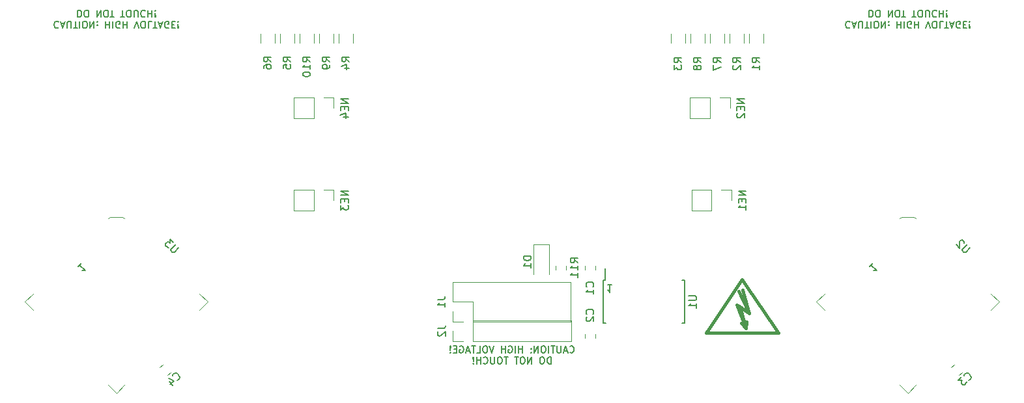
<source format=gbr>
G04 #@! TF.GenerationSoftware,KiCad,Pcbnew,8.0.4*
G04 #@! TF.CreationDate,2024-10-14T20:55:56-07:00*
G04 #@! TF.ProjectId,B5991,42353939-312e-46b6-9963-61645f706362,rev?*
G04 #@! TF.SameCoordinates,Original*
G04 #@! TF.FileFunction,Legend,Bot*
G04 #@! TF.FilePolarity,Positive*
%FSLAX46Y46*%
G04 Gerber Fmt 4.6, Leading zero omitted, Abs format (unit mm)*
G04 Created by KiCad (PCBNEW 8.0.4) date 2024-10-14 20:55:56*
%MOMM*%
%LPD*%
G01*
G04 APERTURE LIST*
%ADD10C,0.150000*%
%ADD11C,0.152400*%
%ADD12C,0.381000*%
%ADD13C,0.120000*%
G04 APERTURE END LIST*
D10*
X92742825Y-110575963D02*
X92338764Y-110980024D01*
X92540794Y-110777994D02*
X93247901Y-111485100D01*
X93247901Y-111485100D02*
X93079542Y-111451429D01*
X93079542Y-111451429D02*
X92944855Y-111451429D01*
X92944855Y-111451429D02*
X92843840Y-111485100D01*
X161728114Y-113311780D02*
X161156686Y-113311780D01*
X161442400Y-113311780D02*
X161442400Y-114311780D01*
X161442400Y-114311780D02*
X161347162Y-114168923D01*
X161347162Y-114168923D02*
X161251924Y-114073685D01*
X161251924Y-114073685D02*
X161156686Y-114026066D01*
D11*
X156256564Y-122132657D02*
X156298897Y-122174991D01*
X156298897Y-122174991D02*
X156425897Y-122217324D01*
X156425897Y-122217324D02*
X156510564Y-122217324D01*
X156510564Y-122217324D02*
X156637564Y-122174991D01*
X156637564Y-122174991D02*
X156722231Y-122090324D01*
X156722231Y-122090324D02*
X156764564Y-122005657D01*
X156764564Y-122005657D02*
X156806897Y-121836324D01*
X156806897Y-121836324D02*
X156806897Y-121709324D01*
X156806897Y-121709324D02*
X156764564Y-121539991D01*
X156764564Y-121539991D02*
X156722231Y-121455324D01*
X156722231Y-121455324D02*
X156637564Y-121370657D01*
X156637564Y-121370657D02*
X156510564Y-121328324D01*
X156510564Y-121328324D02*
X156425897Y-121328324D01*
X156425897Y-121328324D02*
X156298897Y-121370657D01*
X156298897Y-121370657D02*
X156256564Y-121412991D01*
X155917897Y-121963324D02*
X155494564Y-121963324D01*
X156002564Y-122217324D02*
X155706231Y-121328324D01*
X155706231Y-121328324D02*
X155409897Y-122217324D01*
X155113564Y-121328324D02*
X155113564Y-122047991D01*
X155113564Y-122047991D02*
X155071231Y-122132657D01*
X155071231Y-122132657D02*
X155028897Y-122174991D01*
X155028897Y-122174991D02*
X154944231Y-122217324D01*
X154944231Y-122217324D02*
X154774897Y-122217324D01*
X154774897Y-122217324D02*
X154690231Y-122174991D01*
X154690231Y-122174991D02*
X154647897Y-122132657D01*
X154647897Y-122132657D02*
X154605564Y-122047991D01*
X154605564Y-122047991D02*
X154605564Y-121328324D01*
X154309231Y-121328324D02*
X153801231Y-121328324D01*
X154055231Y-122217324D02*
X154055231Y-121328324D01*
X153504898Y-122217324D02*
X153504898Y-121328324D01*
X152912232Y-121328324D02*
X152742898Y-121328324D01*
X152742898Y-121328324D02*
X152658232Y-121370657D01*
X152658232Y-121370657D02*
X152573565Y-121455324D01*
X152573565Y-121455324D02*
X152531232Y-121624657D01*
X152531232Y-121624657D02*
X152531232Y-121920991D01*
X152531232Y-121920991D02*
X152573565Y-122090324D01*
X152573565Y-122090324D02*
X152658232Y-122174991D01*
X152658232Y-122174991D02*
X152742898Y-122217324D01*
X152742898Y-122217324D02*
X152912232Y-122217324D01*
X152912232Y-122217324D02*
X152996898Y-122174991D01*
X152996898Y-122174991D02*
X153081565Y-122090324D01*
X153081565Y-122090324D02*
X153123898Y-121920991D01*
X153123898Y-121920991D02*
X153123898Y-121624657D01*
X153123898Y-121624657D02*
X153081565Y-121455324D01*
X153081565Y-121455324D02*
X152996898Y-121370657D01*
X152996898Y-121370657D02*
X152912232Y-121328324D01*
X152150232Y-122217324D02*
X152150232Y-121328324D01*
X152150232Y-121328324D02*
X151642232Y-122217324D01*
X151642232Y-122217324D02*
X151642232Y-121328324D01*
X151218899Y-122132657D02*
X151176566Y-122174991D01*
X151176566Y-122174991D02*
X151218899Y-122217324D01*
X151218899Y-122217324D02*
X151261232Y-122174991D01*
X151261232Y-122174991D02*
X151218899Y-122132657D01*
X151218899Y-122132657D02*
X151218899Y-122217324D01*
X151218899Y-121666991D02*
X151176566Y-121709324D01*
X151176566Y-121709324D02*
X151218899Y-121751657D01*
X151218899Y-121751657D02*
X151261232Y-121709324D01*
X151261232Y-121709324D02*
X151218899Y-121666991D01*
X151218899Y-121666991D02*
X151218899Y-121751657D01*
X150118233Y-122217324D02*
X150118233Y-121328324D01*
X150118233Y-121751657D02*
X149610233Y-121751657D01*
X149610233Y-122217324D02*
X149610233Y-121328324D01*
X149186900Y-122217324D02*
X149186900Y-121328324D01*
X148297900Y-121370657D02*
X148382567Y-121328324D01*
X148382567Y-121328324D02*
X148509567Y-121328324D01*
X148509567Y-121328324D02*
X148636567Y-121370657D01*
X148636567Y-121370657D02*
X148721234Y-121455324D01*
X148721234Y-121455324D02*
X148763567Y-121539991D01*
X148763567Y-121539991D02*
X148805900Y-121709324D01*
X148805900Y-121709324D02*
X148805900Y-121836324D01*
X148805900Y-121836324D02*
X148763567Y-122005657D01*
X148763567Y-122005657D02*
X148721234Y-122090324D01*
X148721234Y-122090324D02*
X148636567Y-122174991D01*
X148636567Y-122174991D02*
X148509567Y-122217324D01*
X148509567Y-122217324D02*
X148424900Y-122217324D01*
X148424900Y-122217324D02*
X148297900Y-122174991D01*
X148297900Y-122174991D02*
X148255567Y-122132657D01*
X148255567Y-122132657D02*
X148255567Y-121836324D01*
X148255567Y-121836324D02*
X148424900Y-121836324D01*
X147874567Y-122217324D02*
X147874567Y-121328324D01*
X147874567Y-121751657D02*
X147366567Y-121751657D01*
X147366567Y-122217324D02*
X147366567Y-121328324D01*
X146392901Y-121328324D02*
X146096568Y-122217324D01*
X146096568Y-122217324D02*
X145800234Y-121328324D01*
X145334568Y-121328324D02*
X145165234Y-121328324D01*
X145165234Y-121328324D02*
X145080568Y-121370657D01*
X145080568Y-121370657D02*
X144995901Y-121455324D01*
X144995901Y-121455324D02*
X144953568Y-121624657D01*
X144953568Y-121624657D02*
X144953568Y-121920991D01*
X144953568Y-121920991D02*
X144995901Y-122090324D01*
X144995901Y-122090324D02*
X145080568Y-122174991D01*
X145080568Y-122174991D02*
X145165234Y-122217324D01*
X145165234Y-122217324D02*
X145334568Y-122217324D01*
X145334568Y-122217324D02*
X145419234Y-122174991D01*
X145419234Y-122174991D02*
X145503901Y-122090324D01*
X145503901Y-122090324D02*
X145546234Y-121920991D01*
X145546234Y-121920991D02*
X145546234Y-121624657D01*
X145546234Y-121624657D02*
X145503901Y-121455324D01*
X145503901Y-121455324D02*
X145419234Y-121370657D01*
X145419234Y-121370657D02*
X145334568Y-121328324D01*
X144149235Y-122217324D02*
X144572568Y-122217324D01*
X144572568Y-122217324D02*
X144572568Y-121328324D01*
X143979901Y-121328324D02*
X143471901Y-121328324D01*
X143725901Y-122217324D02*
X143725901Y-121328324D01*
X143217901Y-121963324D02*
X142794568Y-121963324D01*
X143302568Y-122217324D02*
X143006235Y-121328324D01*
X143006235Y-121328324D02*
X142709901Y-122217324D01*
X141947901Y-121370657D02*
X142032568Y-121328324D01*
X142032568Y-121328324D02*
X142159568Y-121328324D01*
X142159568Y-121328324D02*
X142286568Y-121370657D01*
X142286568Y-121370657D02*
X142371235Y-121455324D01*
X142371235Y-121455324D02*
X142413568Y-121539991D01*
X142413568Y-121539991D02*
X142455901Y-121709324D01*
X142455901Y-121709324D02*
X142455901Y-121836324D01*
X142455901Y-121836324D02*
X142413568Y-122005657D01*
X142413568Y-122005657D02*
X142371235Y-122090324D01*
X142371235Y-122090324D02*
X142286568Y-122174991D01*
X142286568Y-122174991D02*
X142159568Y-122217324D01*
X142159568Y-122217324D02*
X142074901Y-122217324D01*
X142074901Y-122217324D02*
X141947901Y-122174991D01*
X141947901Y-122174991D02*
X141905568Y-122132657D01*
X141905568Y-122132657D02*
X141905568Y-121836324D01*
X141905568Y-121836324D02*
X142074901Y-121836324D01*
X141524568Y-121751657D02*
X141228235Y-121751657D01*
X141101235Y-122217324D02*
X141524568Y-122217324D01*
X141524568Y-122217324D02*
X141524568Y-121328324D01*
X141524568Y-121328324D02*
X141101235Y-121328324D01*
X140720235Y-122132657D02*
X140677902Y-122174991D01*
X140677902Y-122174991D02*
X140720235Y-122217324D01*
X140720235Y-122217324D02*
X140762568Y-122174991D01*
X140762568Y-122174991D02*
X140720235Y-122132657D01*
X140720235Y-122132657D02*
X140720235Y-122217324D01*
X140720235Y-121878657D02*
X140762568Y-121370657D01*
X140762568Y-121370657D02*
X140720235Y-121328324D01*
X140720235Y-121328324D02*
X140677902Y-121370657D01*
X140677902Y-121370657D02*
X140720235Y-121878657D01*
X140720235Y-121878657D02*
X140720235Y-121328324D01*
X153780064Y-123648564D02*
X153780064Y-122759564D01*
X153780064Y-122759564D02*
X153568397Y-122759564D01*
X153568397Y-122759564D02*
X153441397Y-122801897D01*
X153441397Y-122801897D02*
X153356731Y-122886564D01*
X153356731Y-122886564D02*
X153314397Y-122971231D01*
X153314397Y-122971231D02*
X153272064Y-123140564D01*
X153272064Y-123140564D02*
X153272064Y-123267564D01*
X153272064Y-123267564D02*
X153314397Y-123436897D01*
X153314397Y-123436897D02*
X153356731Y-123521564D01*
X153356731Y-123521564D02*
X153441397Y-123606231D01*
X153441397Y-123606231D02*
X153568397Y-123648564D01*
X153568397Y-123648564D02*
X153780064Y-123648564D01*
X152721731Y-122759564D02*
X152552397Y-122759564D01*
X152552397Y-122759564D02*
X152467731Y-122801897D01*
X152467731Y-122801897D02*
X152383064Y-122886564D01*
X152383064Y-122886564D02*
X152340731Y-123055897D01*
X152340731Y-123055897D02*
X152340731Y-123352231D01*
X152340731Y-123352231D02*
X152383064Y-123521564D01*
X152383064Y-123521564D02*
X152467731Y-123606231D01*
X152467731Y-123606231D02*
X152552397Y-123648564D01*
X152552397Y-123648564D02*
X152721731Y-123648564D01*
X152721731Y-123648564D02*
X152806397Y-123606231D01*
X152806397Y-123606231D02*
X152891064Y-123521564D01*
X152891064Y-123521564D02*
X152933397Y-123352231D01*
X152933397Y-123352231D02*
X152933397Y-123055897D01*
X152933397Y-123055897D02*
X152891064Y-122886564D01*
X152891064Y-122886564D02*
X152806397Y-122801897D01*
X152806397Y-122801897D02*
X152721731Y-122759564D01*
X151282398Y-123648564D02*
X151282398Y-122759564D01*
X151282398Y-122759564D02*
X150774398Y-123648564D01*
X150774398Y-123648564D02*
X150774398Y-122759564D01*
X150181732Y-122759564D02*
X150012398Y-122759564D01*
X150012398Y-122759564D02*
X149927732Y-122801897D01*
X149927732Y-122801897D02*
X149843065Y-122886564D01*
X149843065Y-122886564D02*
X149800732Y-123055897D01*
X149800732Y-123055897D02*
X149800732Y-123352231D01*
X149800732Y-123352231D02*
X149843065Y-123521564D01*
X149843065Y-123521564D02*
X149927732Y-123606231D01*
X149927732Y-123606231D02*
X150012398Y-123648564D01*
X150012398Y-123648564D02*
X150181732Y-123648564D01*
X150181732Y-123648564D02*
X150266398Y-123606231D01*
X150266398Y-123606231D02*
X150351065Y-123521564D01*
X150351065Y-123521564D02*
X150393398Y-123352231D01*
X150393398Y-123352231D02*
X150393398Y-123055897D01*
X150393398Y-123055897D02*
X150351065Y-122886564D01*
X150351065Y-122886564D02*
X150266398Y-122801897D01*
X150266398Y-122801897D02*
X150181732Y-122759564D01*
X149546732Y-122759564D02*
X149038732Y-122759564D01*
X149292732Y-123648564D02*
X149292732Y-122759564D01*
X148192066Y-122759564D02*
X147684066Y-122759564D01*
X147938066Y-123648564D02*
X147938066Y-122759564D01*
X147218400Y-122759564D02*
X147049066Y-122759564D01*
X147049066Y-122759564D02*
X146964400Y-122801897D01*
X146964400Y-122801897D02*
X146879733Y-122886564D01*
X146879733Y-122886564D02*
X146837400Y-123055897D01*
X146837400Y-123055897D02*
X146837400Y-123352231D01*
X146837400Y-123352231D02*
X146879733Y-123521564D01*
X146879733Y-123521564D02*
X146964400Y-123606231D01*
X146964400Y-123606231D02*
X147049066Y-123648564D01*
X147049066Y-123648564D02*
X147218400Y-123648564D01*
X147218400Y-123648564D02*
X147303066Y-123606231D01*
X147303066Y-123606231D02*
X147387733Y-123521564D01*
X147387733Y-123521564D02*
X147430066Y-123352231D01*
X147430066Y-123352231D02*
X147430066Y-123055897D01*
X147430066Y-123055897D02*
X147387733Y-122886564D01*
X147387733Y-122886564D02*
X147303066Y-122801897D01*
X147303066Y-122801897D02*
X147218400Y-122759564D01*
X146456400Y-122759564D02*
X146456400Y-123479231D01*
X146456400Y-123479231D02*
X146414067Y-123563897D01*
X146414067Y-123563897D02*
X146371733Y-123606231D01*
X146371733Y-123606231D02*
X146287067Y-123648564D01*
X146287067Y-123648564D02*
X146117733Y-123648564D01*
X146117733Y-123648564D02*
X146033067Y-123606231D01*
X146033067Y-123606231D02*
X145990733Y-123563897D01*
X145990733Y-123563897D02*
X145948400Y-123479231D01*
X145948400Y-123479231D02*
X145948400Y-122759564D01*
X145017067Y-123563897D02*
X145059400Y-123606231D01*
X145059400Y-123606231D02*
X145186400Y-123648564D01*
X145186400Y-123648564D02*
X145271067Y-123648564D01*
X145271067Y-123648564D02*
X145398067Y-123606231D01*
X145398067Y-123606231D02*
X145482734Y-123521564D01*
X145482734Y-123521564D02*
X145525067Y-123436897D01*
X145525067Y-123436897D02*
X145567400Y-123267564D01*
X145567400Y-123267564D02*
X145567400Y-123140564D01*
X145567400Y-123140564D02*
X145525067Y-122971231D01*
X145525067Y-122971231D02*
X145482734Y-122886564D01*
X145482734Y-122886564D02*
X145398067Y-122801897D01*
X145398067Y-122801897D02*
X145271067Y-122759564D01*
X145271067Y-122759564D02*
X145186400Y-122759564D01*
X145186400Y-122759564D02*
X145059400Y-122801897D01*
X145059400Y-122801897D02*
X145017067Y-122844231D01*
X144636067Y-123648564D02*
X144636067Y-122759564D01*
X144636067Y-123182897D02*
X144128067Y-123182897D01*
X144128067Y-123648564D02*
X144128067Y-122759564D01*
X143704734Y-123563897D02*
X143662401Y-123606231D01*
X143662401Y-123606231D02*
X143704734Y-123648564D01*
X143704734Y-123648564D02*
X143747067Y-123606231D01*
X143747067Y-123606231D02*
X143704734Y-123563897D01*
X143704734Y-123563897D02*
X143704734Y-123648564D01*
X143704734Y-123309897D02*
X143747067Y-122801897D01*
X143747067Y-122801897D02*
X143704734Y-122759564D01*
X143704734Y-122759564D02*
X143662401Y-122801897D01*
X143662401Y-122801897D02*
X143704734Y-123309897D01*
X143704734Y-123309897D02*
X143704734Y-122759564D01*
X89793235Y-79111542D02*
X89750902Y-79069209D01*
X89750902Y-79069209D02*
X89623902Y-79026875D01*
X89623902Y-79026875D02*
X89539235Y-79026875D01*
X89539235Y-79026875D02*
X89412235Y-79069209D01*
X89412235Y-79069209D02*
X89327569Y-79153875D01*
X89327569Y-79153875D02*
X89285235Y-79238542D01*
X89285235Y-79238542D02*
X89242902Y-79407875D01*
X89242902Y-79407875D02*
X89242902Y-79534875D01*
X89242902Y-79534875D02*
X89285235Y-79704209D01*
X89285235Y-79704209D02*
X89327569Y-79788875D01*
X89327569Y-79788875D02*
X89412235Y-79873542D01*
X89412235Y-79873542D02*
X89539235Y-79915875D01*
X89539235Y-79915875D02*
X89623902Y-79915875D01*
X89623902Y-79915875D02*
X89750902Y-79873542D01*
X89750902Y-79873542D02*
X89793235Y-79831209D01*
X90131902Y-79280875D02*
X90555235Y-79280875D01*
X90047235Y-79026875D02*
X90343569Y-79915875D01*
X90343569Y-79915875D02*
X90639902Y-79026875D01*
X90936235Y-79915875D02*
X90936235Y-79196209D01*
X90936235Y-79196209D02*
X90978569Y-79111542D01*
X90978569Y-79111542D02*
X91020902Y-79069209D01*
X91020902Y-79069209D02*
X91105569Y-79026875D01*
X91105569Y-79026875D02*
X91274902Y-79026875D01*
X91274902Y-79026875D02*
X91359569Y-79069209D01*
X91359569Y-79069209D02*
X91401902Y-79111542D01*
X91401902Y-79111542D02*
X91444235Y-79196209D01*
X91444235Y-79196209D02*
X91444235Y-79915875D01*
X91740568Y-79915875D02*
X92248568Y-79915875D01*
X91994568Y-79026875D02*
X91994568Y-79915875D01*
X92544901Y-79026875D02*
X92544901Y-79915875D01*
X93137568Y-79915875D02*
X93306901Y-79915875D01*
X93306901Y-79915875D02*
X93391568Y-79873542D01*
X93391568Y-79873542D02*
X93476234Y-79788875D01*
X93476234Y-79788875D02*
X93518568Y-79619542D01*
X93518568Y-79619542D02*
X93518568Y-79323209D01*
X93518568Y-79323209D02*
X93476234Y-79153875D01*
X93476234Y-79153875D02*
X93391568Y-79069209D01*
X93391568Y-79069209D02*
X93306901Y-79026875D01*
X93306901Y-79026875D02*
X93137568Y-79026875D01*
X93137568Y-79026875D02*
X93052901Y-79069209D01*
X93052901Y-79069209D02*
X92968234Y-79153875D01*
X92968234Y-79153875D02*
X92925901Y-79323209D01*
X92925901Y-79323209D02*
X92925901Y-79619542D01*
X92925901Y-79619542D02*
X92968234Y-79788875D01*
X92968234Y-79788875D02*
X93052901Y-79873542D01*
X93052901Y-79873542D02*
X93137568Y-79915875D01*
X93899567Y-79026875D02*
X93899567Y-79915875D01*
X93899567Y-79915875D02*
X94407567Y-79026875D01*
X94407567Y-79026875D02*
X94407567Y-79915875D01*
X94830900Y-79111542D02*
X94873234Y-79069209D01*
X94873234Y-79069209D02*
X94830900Y-79026875D01*
X94830900Y-79026875D02*
X94788567Y-79069209D01*
X94788567Y-79069209D02*
X94830900Y-79111542D01*
X94830900Y-79111542D02*
X94830900Y-79026875D01*
X94830900Y-79577209D02*
X94873234Y-79534875D01*
X94873234Y-79534875D02*
X94830900Y-79492542D01*
X94830900Y-79492542D02*
X94788567Y-79534875D01*
X94788567Y-79534875D02*
X94830900Y-79577209D01*
X94830900Y-79577209D02*
X94830900Y-79492542D01*
X95931566Y-79026875D02*
X95931566Y-79915875D01*
X95931566Y-79492542D02*
X96439566Y-79492542D01*
X96439566Y-79026875D02*
X96439566Y-79915875D01*
X96862899Y-79026875D02*
X96862899Y-79915875D01*
X97751899Y-79873542D02*
X97667232Y-79915875D01*
X97667232Y-79915875D02*
X97540232Y-79915875D01*
X97540232Y-79915875D02*
X97413232Y-79873542D01*
X97413232Y-79873542D02*
X97328566Y-79788875D01*
X97328566Y-79788875D02*
X97286232Y-79704209D01*
X97286232Y-79704209D02*
X97243899Y-79534875D01*
X97243899Y-79534875D02*
X97243899Y-79407875D01*
X97243899Y-79407875D02*
X97286232Y-79238542D01*
X97286232Y-79238542D02*
X97328566Y-79153875D01*
X97328566Y-79153875D02*
X97413232Y-79069209D01*
X97413232Y-79069209D02*
X97540232Y-79026875D01*
X97540232Y-79026875D02*
X97624899Y-79026875D01*
X97624899Y-79026875D02*
X97751899Y-79069209D01*
X97751899Y-79069209D02*
X97794232Y-79111542D01*
X97794232Y-79111542D02*
X97794232Y-79407875D01*
X97794232Y-79407875D02*
X97624899Y-79407875D01*
X98175232Y-79026875D02*
X98175232Y-79915875D01*
X98175232Y-79492542D02*
X98683232Y-79492542D01*
X98683232Y-79026875D02*
X98683232Y-79915875D01*
X99656898Y-79915875D02*
X99953232Y-79026875D01*
X99953232Y-79026875D02*
X100249565Y-79915875D01*
X100715232Y-79915875D02*
X100884565Y-79915875D01*
X100884565Y-79915875D02*
X100969232Y-79873542D01*
X100969232Y-79873542D02*
X101053898Y-79788875D01*
X101053898Y-79788875D02*
X101096232Y-79619542D01*
X101096232Y-79619542D02*
X101096232Y-79323209D01*
X101096232Y-79323209D02*
X101053898Y-79153875D01*
X101053898Y-79153875D02*
X100969232Y-79069209D01*
X100969232Y-79069209D02*
X100884565Y-79026875D01*
X100884565Y-79026875D02*
X100715232Y-79026875D01*
X100715232Y-79026875D02*
X100630565Y-79069209D01*
X100630565Y-79069209D02*
X100545898Y-79153875D01*
X100545898Y-79153875D02*
X100503565Y-79323209D01*
X100503565Y-79323209D02*
X100503565Y-79619542D01*
X100503565Y-79619542D02*
X100545898Y-79788875D01*
X100545898Y-79788875D02*
X100630565Y-79873542D01*
X100630565Y-79873542D02*
X100715232Y-79915875D01*
X101900565Y-79026875D02*
X101477231Y-79026875D01*
X101477231Y-79026875D02*
X101477231Y-79915875D01*
X102069898Y-79915875D02*
X102577898Y-79915875D01*
X102323898Y-79026875D02*
X102323898Y-79915875D01*
X102831898Y-79280875D02*
X103255231Y-79280875D01*
X102747231Y-79026875D02*
X103043565Y-79915875D01*
X103043565Y-79915875D02*
X103339898Y-79026875D01*
X104101898Y-79873542D02*
X104017231Y-79915875D01*
X104017231Y-79915875D02*
X103890231Y-79915875D01*
X103890231Y-79915875D02*
X103763231Y-79873542D01*
X103763231Y-79873542D02*
X103678565Y-79788875D01*
X103678565Y-79788875D02*
X103636231Y-79704209D01*
X103636231Y-79704209D02*
X103593898Y-79534875D01*
X103593898Y-79534875D02*
X103593898Y-79407875D01*
X103593898Y-79407875D02*
X103636231Y-79238542D01*
X103636231Y-79238542D02*
X103678565Y-79153875D01*
X103678565Y-79153875D02*
X103763231Y-79069209D01*
X103763231Y-79069209D02*
X103890231Y-79026875D01*
X103890231Y-79026875D02*
X103974898Y-79026875D01*
X103974898Y-79026875D02*
X104101898Y-79069209D01*
X104101898Y-79069209D02*
X104144231Y-79111542D01*
X104144231Y-79111542D02*
X104144231Y-79407875D01*
X104144231Y-79407875D02*
X103974898Y-79407875D01*
X104525231Y-79492542D02*
X104821565Y-79492542D01*
X104948565Y-79026875D02*
X104525231Y-79026875D01*
X104525231Y-79026875D02*
X104525231Y-79915875D01*
X104525231Y-79915875D02*
X104948565Y-79915875D01*
X105329564Y-79111542D02*
X105371898Y-79069209D01*
X105371898Y-79069209D02*
X105329564Y-79026875D01*
X105329564Y-79026875D02*
X105287231Y-79069209D01*
X105287231Y-79069209D02*
X105329564Y-79111542D01*
X105329564Y-79111542D02*
X105329564Y-79026875D01*
X105329564Y-79365542D02*
X105287231Y-79873542D01*
X105287231Y-79873542D02*
X105329564Y-79915875D01*
X105329564Y-79915875D02*
X105371898Y-79873542D01*
X105371898Y-79873542D02*
X105329564Y-79365542D01*
X105329564Y-79365542D02*
X105329564Y-79915875D01*
X92269735Y-77595635D02*
X92269735Y-78484635D01*
X92269735Y-78484635D02*
X92481402Y-78484635D01*
X92481402Y-78484635D02*
X92608402Y-78442302D01*
X92608402Y-78442302D02*
X92693069Y-78357635D01*
X92693069Y-78357635D02*
X92735402Y-78272969D01*
X92735402Y-78272969D02*
X92777735Y-78103635D01*
X92777735Y-78103635D02*
X92777735Y-77976635D01*
X92777735Y-77976635D02*
X92735402Y-77807302D01*
X92735402Y-77807302D02*
X92693069Y-77722635D01*
X92693069Y-77722635D02*
X92608402Y-77637969D01*
X92608402Y-77637969D02*
X92481402Y-77595635D01*
X92481402Y-77595635D02*
X92269735Y-77595635D01*
X93328069Y-78484635D02*
X93497402Y-78484635D01*
X93497402Y-78484635D02*
X93582069Y-78442302D01*
X93582069Y-78442302D02*
X93666735Y-78357635D01*
X93666735Y-78357635D02*
X93709069Y-78188302D01*
X93709069Y-78188302D02*
X93709069Y-77891969D01*
X93709069Y-77891969D02*
X93666735Y-77722635D01*
X93666735Y-77722635D02*
X93582069Y-77637969D01*
X93582069Y-77637969D02*
X93497402Y-77595635D01*
X93497402Y-77595635D02*
X93328069Y-77595635D01*
X93328069Y-77595635D02*
X93243402Y-77637969D01*
X93243402Y-77637969D02*
X93158735Y-77722635D01*
X93158735Y-77722635D02*
X93116402Y-77891969D01*
X93116402Y-77891969D02*
X93116402Y-78188302D01*
X93116402Y-78188302D02*
X93158735Y-78357635D01*
X93158735Y-78357635D02*
X93243402Y-78442302D01*
X93243402Y-78442302D02*
X93328069Y-78484635D01*
X94767401Y-77595635D02*
X94767401Y-78484635D01*
X94767401Y-78484635D02*
X95275401Y-77595635D01*
X95275401Y-77595635D02*
X95275401Y-78484635D01*
X95868068Y-78484635D02*
X96037401Y-78484635D01*
X96037401Y-78484635D02*
X96122068Y-78442302D01*
X96122068Y-78442302D02*
X96206734Y-78357635D01*
X96206734Y-78357635D02*
X96249068Y-78188302D01*
X96249068Y-78188302D02*
X96249068Y-77891969D01*
X96249068Y-77891969D02*
X96206734Y-77722635D01*
X96206734Y-77722635D02*
X96122068Y-77637969D01*
X96122068Y-77637969D02*
X96037401Y-77595635D01*
X96037401Y-77595635D02*
X95868068Y-77595635D01*
X95868068Y-77595635D02*
X95783401Y-77637969D01*
X95783401Y-77637969D02*
X95698734Y-77722635D01*
X95698734Y-77722635D02*
X95656401Y-77891969D01*
X95656401Y-77891969D02*
X95656401Y-78188302D01*
X95656401Y-78188302D02*
X95698734Y-78357635D01*
X95698734Y-78357635D02*
X95783401Y-78442302D01*
X95783401Y-78442302D02*
X95868068Y-78484635D01*
X96503067Y-78484635D02*
X97011067Y-78484635D01*
X96757067Y-77595635D02*
X96757067Y-78484635D01*
X97857733Y-78484635D02*
X98365733Y-78484635D01*
X98111733Y-77595635D02*
X98111733Y-78484635D01*
X98831400Y-78484635D02*
X99000733Y-78484635D01*
X99000733Y-78484635D02*
X99085400Y-78442302D01*
X99085400Y-78442302D02*
X99170066Y-78357635D01*
X99170066Y-78357635D02*
X99212400Y-78188302D01*
X99212400Y-78188302D02*
X99212400Y-77891969D01*
X99212400Y-77891969D02*
X99170066Y-77722635D01*
X99170066Y-77722635D02*
X99085400Y-77637969D01*
X99085400Y-77637969D02*
X99000733Y-77595635D01*
X99000733Y-77595635D02*
X98831400Y-77595635D01*
X98831400Y-77595635D02*
X98746733Y-77637969D01*
X98746733Y-77637969D02*
X98662066Y-77722635D01*
X98662066Y-77722635D02*
X98619733Y-77891969D01*
X98619733Y-77891969D02*
X98619733Y-78188302D01*
X98619733Y-78188302D02*
X98662066Y-78357635D01*
X98662066Y-78357635D02*
X98746733Y-78442302D01*
X98746733Y-78442302D02*
X98831400Y-78484635D01*
X99593399Y-78484635D02*
X99593399Y-77764969D01*
X99593399Y-77764969D02*
X99635733Y-77680302D01*
X99635733Y-77680302D02*
X99678066Y-77637969D01*
X99678066Y-77637969D02*
X99762733Y-77595635D01*
X99762733Y-77595635D02*
X99932066Y-77595635D01*
X99932066Y-77595635D02*
X100016733Y-77637969D01*
X100016733Y-77637969D02*
X100059066Y-77680302D01*
X100059066Y-77680302D02*
X100101399Y-77764969D01*
X100101399Y-77764969D02*
X100101399Y-78484635D01*
X101032732Y-77680302D02*
X100990399Y-77637969D01*
X100990399Y-77637969D02*
X100863399Y-77595635D01*
X100863399Y-77595635D02*
X100778732Y-77595635D01*
X100778732Y-77595635D02*
X100651732Y-77637969D01*
X100651732Y-77637969D02*
X100567066Y-77722635D01*
X100567066Y-77722635D02*
X100524732Y-77807302D01*
X100524732Y-77807302D02*
X100482399Y-77976635D01*
X100482399Y-77976635D02*
X100482399Y-78103635D01*
X100482399Y-78103635D02*
X100524732Y-78272969D01*
X100524732Y-78272969D02*
X100567066Y-78357635D01*
X100567066Y-78357635D02*
X100651732Y-78442302D01*
X100651732Y-78442302D02*
X100778732Y-78484635D01*
X100778732Y-78484635D02*
X100863399Y-78484635D01*
X100863399Y-78484635D02*
X100990399Y-78442302D01*
X100990399Y-78442302D02*
X101032732Y-78399969D01*
X101413732Y-77595635D02*
X101413732Y-78484635D01*
X101413732Y-78061302D02*
X101921732Y-78061302D01*
X101921732Y-77595635D02*
X101921732Y-78484635D01*
X102345065Y-77680302D02*
X102387399Y-77637969D01*
X102387399Y-77637969D02*
X102345065Y-77595635D01*
X102345065Y-77595635D02*
X102302732Y-77637969D01*
X102302732Y-77637969D02*
X102345065Y-77680302D01*
X102345065Y-77680302D02*
X102345065Y-77595635D01*
X102345065Y-77934302D02*
X102302732Y-78442302D01*
X102302732Y-78442302D02*
X102345065Y-78484635D01*
X102345065Y-78484635D02*
X102387399Y-78442302D01*
X102387399Y-78442302D02*
X102345065Y-77934302D01*
X102345065Y-77934302D02*
X102345065Y-78484635D01*
X192663235Y-79111542D02*
X192620902Y-79069209D01*
X192620902Y-79069209D02*
X192493902Y-79026875D01*
X192493902Y-79026875D02*
X192409235Y-79026875D01*
X192409235Y-79026875D02*
X192282235Y-79069209D01*
X192282235Y-79069209D02*
X192197569Y-79153875D01*
X192197569Y-79153875D02*
X192155235Y-79238542D01*
X192155235Y-79238542D02*
X192112902Y-79407875D01*
X192112902Y-79407875D02*
X192112902Y-79534875D01*
X192112902Y-79534875D02*
X192155235Y-79704209D01*
X192155235Y-79704209D02*
X192197569Y-79788875D01*
X192197569Y-79788875D02*
X192282235Y-79873542D01*
X192282235Y-79873542D02*
X192409235Y-79915875D01*
X192409235Y-79915875D02*
X192493902Y-79915875D01*
X192493902Y-79915875D02*
X192620902Y-79873542D01*
X192620902Y-79873542D02*
X192663235Y-79831209D01*
X193001902Y-79280875D02*
X193425235Y-79280875D01*
X192917235Y-79026875D02*
X193213569Y-79915875D01*
X193213569Y-79915875D02*
X193509902Y-79026875D01*
X193806235Y-79915875D02*
X193806235Y-79196209D01*
X193806235Y-79196209D02*
X193848569Y-79111542D01*
X193848569Y-79111542D02*
X193890902Y-79069209D01*
X193890902Y-79069209D02*
X193975569Y-79026875D01*
X193975569Y-79026875D02*
X194144902Y-79026875D01*
X194144902Y-79026875D02*
X194229569Y-79069209D01*
X194229569Y-79069209D02*
X194271902Y-79111542D01*
X194271902Y-79111542D02*
X194314235Y-79196209D01*
X194314235Y-79196209D02*
X194314235Y-79915875D01*
X194610568Y-79915875D02*
X195118568Y-79915875D01*
X194864568Y-79026875D02*
X194864568Y-79915875D01*
X195414901Y-79026875D02*
X195414901Y-79915875D01*
X196007568Y-79915875D02*
X196176901Y-79915875D01*
X196176901Y-79915875D02*
X196261568Y-79873542D01*
X196261568Y-79873542D02*
X196346234Y-79788875D01*
X196346234Y-79788875D02*
X196388568Y-79619542D01*
X196388568Y-79619542D02*
X196388568Y-79323209D01*
X196388568Y-79323209D02*
X196346234Y-79153875D01*
X196346234Y-79153875D02*
X196261568Y-79069209D01*
X196261568Y-79069209D02*
X196176901Y-79026875D01*
X196176901Y-79026875D02*
X196007568Y-79026875D01*
X196007568Y-79026875D02*
X195922901Y-79069209D01*
X195922901Y-79069209D02*
X195838234Y-79153875D01*
X195838234Y-79153875D02*
X195795901Y-79323209D01*
X195795901Y-79323209D02*
X195795901Y-79619542D01*
X195795901Y-79619542D02*
X195838234Y-79788875D01*
X195838234Y-79788875D02*
X195922901Y-79873542D01*
X195922901Y-79873542D02*
X196007568Y-79915875D01*
X196769567Y-79026875D02*
X196769567Y-79915875D01*
X196769567Y-79915875D02*
X197277567Y-79026875D01*
X197277567Y-79026875D02*
X197277567Y-79915875D01*
X197700900Y-79111542D02*
X197743234Y-79069209D01*
X197743234Y-79069209D02*
X197700900Y-79026875D01*
X197700900Y-79026875D02*
X197658567Y-79069209D01*
X197658567Y-79069209D02*
X197700900Y-79111542D01*
X197700900Y-79111542D02*
X197700900Y-79026875D01*
X197700900Y-79577209D02*
X197743234Y-79534875D01*
X197743234Y-79534875D02*
X197700900Y-79492542D01*
X197700900Y-79492542D02*
X197658567Y-79534875D01*
X197658567Y-79534875D02*
X197700900Y-79577209D01*
X197700900Y-79577209D02*
X197700900Y-79492542D01*
X198801566Y-79026875D02*
X198801566Y-79915875D01*
X198801566Y-79492542D02*
X199309566Y-79492542D01*
X199309566Y-79026875D02*
X199309566Y-79915875D01*
X199732899Y-79026875D02*
X199732899Y-79915875D01*
X200621899Y-79873542D02*
X200537232Y-79915875D01*
X200537232Y-79915875D02*
X200410232Y-79915875D01*
X200410232Y-79915875D02*
X200283232Y-79873542D01*
X200283232Y-79873542D02*
X200198566Y-79788875D01*
X200198566Y-79788875D02*
X200156232Y-79704209D01*
X200156232Y-79704209D02*
X200113899Y-79534875D01*
X200113899Y-79534875D02*
X200113899Y-79407875D01*
X200113899Y-79407875D02*
X200156232Y-79238542D01*
X200156232Y-79238542D02*
X200198566Y-79153875D01*
X200198566Y-79153875D02*
X200283232Y-79069209D01*
X200283232Y-79069209D02*
X200410232Y-79026875D01*
X200410232Y-79026875D02*
X200494899Y-79026875D01*
X200494899Y-79026875D02*
X200621899Y-79069209D01*
X200621899Y-79069209D02*
X200664232Y-79111542D01*
X200664232Y-79111542D02*
X200664232Y-79407875D01*
X200664232Y-79407875D02*
X200494899Y-79407875D01*
X201045232Y-79026875D02*
X201045232Y-79915875D01*
X201045232Y-79492542D02*
X201553232Y-79492542D01*
X201553232Y-79026875D02*
X201553232Y-79915875D01*
X202526898Y-79915875D02*
X202823232Y-79026875D01*
X202823232Y-79026875D02*
X203119565Y-79915875D01*
X203585232Y-79915875D02*
X203754565Y-79915875D01*
X203754565Y-79915875D02*
X203839232Y-79873542D01*
X203839232Y-79873542D02*
X203923898Y-79788875D01*
X203923898Y-79788875D02*
X203966232Y-79619542D01*
X203966232Y-79619542D02*
X203966232Y-79323209D01*
X203966232Y-79323209D02*
X203923898Y-79153875D01*
X203923898Y-79153875D02*
X203839232Y-79069209D01*
X203839232Y-79069209D02*
X203754565Y-79026875D01*
X203754565Y-79026875D02*
X203585232Y-79026875D01*
X203585232Y-79026875D02*
X203500565Y-79069209D01*
X203500565Y-79069209D02*
X203415898Y-79153875D01*
X203415898Y-79153875D02*
X203373565Y-79323209D01*
X203373565Y-79323209D02*
X203373565Y-79619542D01*
X203373565Y-79619542D02*
X203415898Y-79788875D01*
X203415898Y-79788875D02*
X203500565Y-79873542D01*
X203500565Y-79873542D02*
X203585232Y-79915875D01*
X204770565Y-79026875D02*
X204347231Y-79026875D01*
X204347231Y-79026875D02*
X204347231Y-79915875D01*
X204939898Y-79915875D02*
X205447898Y-79915875D01*
X205193898Y-79026875D02*
X205193898Y-79915875D01*
X205701898Y-79280875D02*
X206125231Y-79280875D01*
X205617231Y-79026875D02*
X205913565Y-79915875D01*
X205913565Y-79915875D02*
X206209898Y-79026875D01*
X206971898Y-79873542D02*
X206887231Y-79915875D01*
X206887231Y-79915875D02*
X206760231Y-79915875D01*
X206760231Y-79915875D02*
X206633231Y-79873542D01*
X206633231Y-79873542D02*
X206548565Y-79788875D01*
X206548565Y-79788875D02*
X206506231Y-79704209D01*
X206506231Y-79704209D02*
X206463898Y-79534875D01*
X206463898Y-79534875D02*
X206463898Y-79407875D01*
X206463898Y-79407875D02*
X206506231Y-79238542D01*
X206506231Y-79238542D02*
X206548565Y-79153875D01*
X206548565Y-79153875D02*
X206633231Y-79069209D01*
X206633231Y-79069209D02*
X206760231Y-79026875D01*
X206760231Y-79026875D02*
X206844898Y-79026875D01*
X206844898Y-79026875D02*
X206971898Y-79069209D01*
X206971898Y-79069209D02*
X207014231Y-79111542D01*
X207014231Y-79111542D02*
X207014231Y-79407875D01*
X207014231Y-79407875D02*
X206844898Y-79407875D01*
X207395231Y-79492542D02*
X207691565Y-79492542D01*
X207818565Y-79026875D02*
X207395231Y-79026875D01*
X207395231Y-79026875D02*
X207395231Y-79915875D01*
X207395231Y-79915875D02*
X207818565Y-79915875D01*
X208199564Y-79111542D02*
X208241898Y-79069209D01*
X208241898Y-79069209D02*
X208199564Y-79026875D01*
X208199564Y-79026875D02*
X208157231Y-79069209D01*
X208157231Y-79069209D02*
X208199564Y-79111542D01*
X208199564Y-79111542D02*
X208199564Y-79026875D01*
X208199564Y-79365542D02*
X208157231Y-79873542D01*
X208157231Y-79873542D02*
X208199564Y-79915875D01*
X208199564Y-79915875D02*
X208241898Y-79873542D01*
X208241898Y-79873542D02*
X208199564Y-79365542D01*
X208199564Y-79365542D02*
X208199564Y-79915875D01*
X195139735Y-77595635D02*
X195139735Y-78484635D01*
X195139735Y-78484635D02*
X195351402Y-78484635D01*
X195351402Y-78484635D02*
X195478402Y-78442302D01*
X195478402Y-78442302D02*
X195563069Y-78357635D01*
X195563069Y-78357635D02*
X195605402Y-78272969D01*
X195605402Y-78272969D02*
X195647735Y-78103635D01*
X195647735Y-78103635D02*
X195647735Y-77976635D01*
X195647735Y-77976635D02*
X195605402Y-77807302D01*
X195605402Y-77807302D02*
X195563069Y-77722635D01*
X195563069Y-77722635D02*
X195478402Y-77637969D01*
X195478402Y-77637969D02*
X195351402Y-77595635D01*
X195351402Y-77595635D02*
X195139735Y-77595635D01*
X196198069Y-78484635D02*
X196367402Y-78484635D01*
X196367402Y-78484635D02*
X196452069Y-78442302D01*
X196452069Y-78442302D02*
X196536735Y-78357635D01*
X196536735Y-78357635D02*
X196579069Y-78188302D01*
X196579069Y-78188302D02*
X196579069Y-77891969D01*
X196579069Y-77891969D02*
X196536735Y-77722635D01*
X196536735Y-77722635D02*
X196452069Y-77637969D01*
X196452069Y-77637969D02*
X196367402Y-77595635D01*
X196367402Y-77595635D02*
X196198069Y-77595635D01*
X196198069Y-77595635D02*
X196113402Y-77637969D01*
X196113402Y-77637969D02*
X196028735Y-77722635D01*
X196028735Y-77722635D02*
X195986402Y-77891969D01*
X195986402Y-77891969D02*
X195986402Y-78188302D01*
X195986402Y-78188302D02*
X196028735Y-78357635D01*
X196028735Y-78357635D02*
X196113402Y-78442302D01*
X196113402Y-78442302D02*
X196198069Y-78484635D01*
X197637401Y-77595635D02*
X197637401Y-78484635D01*
X197637401Y-78484635D02*
X198145401Y-77595635D01*
X198145401Y-77595635D02*
X198145401Y-78484635D01*
X198738068Y-78484635D02*
X198907401Y-78484635D01*
X198907401Y-78484635D02*
X198992068Y-78442302D01*
X198992068Y-78442302D02*
X199076734Y-78357635D01*
X199076734Y-78357635D02*
X199119068Y-78188302D01*
X199119068Y-78188302D02*
X199119068Y-77891969D01*
X199119068Y-77891969D02*
X199076734Y-77722635D01*
X199076734Y-77722635D02*
X198992068Y-77637969D01*
X198992068Y-77637969D02*
X198907401Y-77595635D01*
X198907401Y-77595635D02*
X198738068Y-77595635D01*
X198738068Y-77595635D02*
X198653401Y-77637969D01*
X198653401Y-77637969D02*
X198568734Y-77722635D01*
X198568734Y-77722635D02*
X198526401Y-77891969D01*
X198526401Y-77891969D02*
X198526401Y-78188302D01*
X198526401Y-78188302D02*
X198568734Y-78357635D01*
X198568734Y-78357635D02*
X198653401Y-78442302D01*
X198653401Y-78442302D02*
X198738068Y-78484635D01*
X199373067Y-78484635D02*
X199881067Y-78484635D01*
X199627067Y-77595635D02*
X199627067Y-78484635D01*
X200727733Y-78484635D02*
X201235733Y-78484635D01*
X200981733Y-77595635D02*
X200981733Y-78484635D01*
X201701400Y-78484635D02*
X201870733Y-78484635D01*
X201870733Y-78484635D02*
X201955400Y-78442302D01*
X201955400Y-78442302D02*
X202040066Y-78357635D01*
X202040066Y-78357635D02*
X202082400Y-78188302D01*
X202082400Y-78188302D02*
X202082400Y-77891969D01*
X202082400Y-77891969D02*
X202040066Y-77722635D01*
X202040066Y-77722635D02*
X201955400Y-77637969D01*
X201955400Y-77637969D02*
X201870733Y-77595635D01*
X201870733Y-77595635D02*
X201701400Y-77595635D01*
X201701400Y-77595635D02*
X201616733Y-77637969D01*
X201616733Y-77637969D02*
X201532066Y-77722635D01*
X201532066Y-77722635D02*
X201489733Y-77891969D01*
X201489733Y-77891969D02*
X201489733Y-78188302D01*
X201489733Y-78188302D02*
X201532066Y-78357635D01*
X201532066Y-78357635D02*
X201616733Y-78442302D01*
X201616733Y-78442302D02*
X201701400Y-78484635D01*
X202463399Y-78484635D02*
X202463399Y-77764969D01*
X202463399Y-77764969D02*
X202505733Y-77680302D01*
X202505733Y-77680302D02*
X202548066Y-77637969D01*
X202548066Y-77637969D02*
X202632733Y-77595635D01*
X202632733Y-77595635D02*
X202802066Y-77595635D01*
X202802066Y-77595635D02*
X202886733Y-77637969D01*
X202886733Y-77637969D02*
X202929066Y-77680302D01*
X202929066Y-77680302D02*
X202971399Y-77764969D01*
X202971399Y-77764969D02*
X202971399Y-78484635D01*
X203902732Y-77680302D02*
X203860399Y-77637969D01*
X203860399Y-77637969D02*
X203733399Y-77595635D01*
X203733399Y-77595635D02*
X203648732Y-77595635D01*
X203648732Y-77595635D02*
X203521732Y-77637969D01*
X203521732Y-77637969D02*
X203437066Y-77722635D01*
X203437066Y-77722635D02*
X203394732Y-77807302D01*
X203394732Y-77807302D02*
X203352399Y-77976635D01*
X203352399Y-77976635D02*
X203352399Y-78103635D01*
X203352399Y-78103635D02*
X203394732Y-78272969D01*
X203394732Y-78272969D02*
X203437066Y-78357635D01*
X203437066Y-78357635D02*
X203521732Y-78442302D01*
X203521732Y-78442302D02*
X203648732Y-78484635D01*
X203648732Y-78484635D02*
X203733399Y-78484635D01*
X203733399Y-78484635D02*
X203860399Y-78442302D01*
X203860399Y-78442302D02*
X203902732Y-78399969D01*
X204283732Y-77595635D02*
X204283732Y-78484635D01*
X204283732Y-78061302D02*
X204791732Y-78061302D01*
X204791732Y-77595635D02*
X204791732Y-78484635D01*
X205215065Y-77680302D02*
X205257399Y-77637969D01*
X205257399Y-77637969D02*
X205215065Y-77595635D01*
X205215065Y-77595635D02*
X205172732Y-77637969D01*
X205172732Y-77637969D02*
X205215065Y-77680302D01*
X205215065Y-77680302D02*
X205215065Y-77595635D01*
X205215065Y-77934302D02*
X205172732Y-78442302D01*
X205172732Y-78442302D02*
X205215065Y-78484635D01*
X205215065Y-78484635D02*
X205257399Y-78442302D01*
X205257399Y-78442302D02*
X205215065Y-77934302D01*
X205215065Y-77934302D02*
X205215065Y-78484635D01*
D10*
X195612825Y-110575963D02*
X195208764Y-110980024D01*
X195410794Y-110777994D02*
X196117901Y-111485100D01*
X196117901Y-111485100D02*
X195949542Y-111451429D01*
X195949542Y-111451429D02*
X195814855Y-111451429D01*
X195814855Y-111451429D02*
X195713840Y-111485100D01*
X159261980Y-113599933D02*
X159309600Y-113552314D01*
X159309600Y-113552314D02*
X159357219Y-113409457D01*
X159357219Y-113409457D02*
X159357219Y-113314219D01*
X159357219Y-113314219D02*
X159309600Y-113171362D01*
X159309600Y-113171362D02*
X159214361Y-113076124D01*
X159214361Y-113076124D02*
X159119123Y-113028505D01*
X159119123Y-113028505D02*
X158928647Y-112980886D01*
X158928647Y-112980886D02*
X158785790Y-112980886D01*
X158785790Y-112980886D02*
X158595314Y-113028505D01*
X158595314Y-113028505D02*
X158500076Y-113076124D01*
X158500076Y-113076124D02*
X158404838Y-113171362D01*
X158404838Y-113171362D02*
X158357219Y-113314219D01*
X158357219Y-113314219D02*
X158357219Y-113409457D01*
X158357219Y-113409457D02*
X158404838Y-113552314D01*
X158404838Y-113552314D02*
X158452457Y-113599933D01*
X159357219Y-114552314D02*
X159357219Y-113980886D01*
X159357219Y-114266600D02*
X158357219Y-114266600D01*
X158357219Y-114266600D02*
X158500076Y-114171362D01*
X158500076Y-114171362D02*
X158595314Y-114076124D01*
X158595314Y-114076124D02*
X158642933Y-113980886D01*
X180947219Y-84389933D02*
X180471028Y-84056600D01*
X180947219Y-83818505D02*
X179947219Y-83818505D01*
X179947219Y-83818505D02*
X179947219Y-84199457D01*
X179947219Y-84199457D02*
X179994838Y-84294695D01*
X179994838Y-84294695D02*
X180042457Y-84342314D01*
X180042457Y-84342314D02*
X180137695Y-84389933D01*
X180137695Y-84389933D02*
X180280552Y-84389933D01*
X180280552Y-84389933D02*
X180375790Y-84342314D01*
X180375790Y-84342314D02*
X180423409Y-84294695D01*
X180423409Y-84294695D02*
X180471028Y-84199457D01*
X180471028Y-84199457D02*
X180471028Y-83818505D01*
X180947219Y-85342314D02*
X180947219Y-84770886D01*
X180947219Y-85056600D02*
X179947219Y-85056600D01*
X179947219Y-85056600D02*
X180090076Y-84961362D01*
X180090076Y-84961362D02*
X180185314Y-84866124D01*
X180185314Y-84866124D02*
X180232933Y-84770886D01*
X171717619Y-114782695D02*
X172527142Y-114782695D01*
X172527142Y-114782695D02*
X172622380Y-114830314D01*
X172622380Y-114830314D02*
X172670000Y-114877933D01*
X172670000Y-114877933D02*
X172717619Y-114973171D01*
X172717619Y-114973171D02*
X172717619Y-115163647D01*
X172717619Y-115163647D02*
X172670000Y-115258885D01*
X172670000Y-115258885D02*
X172622380Y-115306504D01*
X172622380Y-115306504D02*
X172527142Y-115354123D01*
X172527142Y-115354123D02*
X171717619Y-115354123D01*
X172717619Y-116354123D02*
X172717619Y-115782695D01*
X172717619Y-116068409D02*
X171717619Y-116068409D01*
X171717619Y-116068409D02*
X171860476Y-115973171D01*
X171860476Y-115973171D02*
X171955714Y-115877933D01*
X171955714Y-115877933D02*
X172003333Y-115782695D01*
X157325219Y-110456742D02*
X156849028Y-110123409D01*
X157325219Y-109885314D02*
X156325219Y-109885314D01*
X156325219Y-109885314D02*
X156325219Y-110266266D01*
X156325219Y-110266266D02*
X156372838Y-110361504D01*
X156372838Y-110361504D02*
X156420457Y-110409123D01*
X156420457Y-110409123D02*
X156515695Y-110456742D01*
X156515695Y-110456742D02*
X156658552Y-110456742D01*
X156658552Y-110456742D02*
X156753790Y-110409123D01*
X156753790Y-110409123D02*
X156801409Y-110361504D01*
X156801409Y-110361504D02*
X156849028Y-110266266D01*
X156849028Y-110266266D02*
X156849028Y-109885314D01*
X157325219Y-111409123D02*
X157325219Y-110837695D01*
X157325219Y-111123409D02*
X156325219Y-111123409D01*
X156325219Y-111123409D02*
X156468076Y-111028171D01*
X156468076Y-111028171D02*
X156563314Y-110932933D01*
X156563314Y-110932933D02*
X156610933Y-110837695D01*
X157325219Y-112361504D02*
X157325219Y-111790076D01*
X157325219Y-112075790D02*
X156325219Y-112075790D01*
X156325219Y-112075790D02*
X156468076Y-111980552D01*
X156468076Y-111980552D02*
X156563314Y-111885314D01*
X156563314Y-111885314D02*
X156610933Y-111790076D01*
X159261980Y-117155933D02*
X159309600Y-117108314D01*
X159309600Y-117108314D02*
X159357219Y-116965457D01*
X159357219Y-116965457D02*
X159357219Y-116870219D01*
X159357219Y-116870219D02*
X159309600Y-116727362D01*
X159309600Y-116727362D02*
X159214361Y-116632124D01*
X159214361Y-116632124D02*
X159119123Y-116584505D01*
X159119123Y-116584505D02*
X158928647Y-116536886D01*
X158928647Y-116536886D02*
X158785790Y-116536886D01*
X158785790Y-116536886D02*
X158595314Y-116584505D01*
X158595314Y-116584505D02*
X158500076Y-116632124D01*
X158500076Y-116632124D02*
X158404838Y-116727362D01*
X158404838Y-116727362D02*
X158357219Y-116870219D01*
X158357219Y-116870219D02*
X158357219Y-116965457D01*
X158357219Y-116965457D02*
X158404838Y-117108314D01*
X158404838Y-117108314D02*
X158452457Y-117155933D01*
X158452457Y-117536886D02*
X158404838Y-117584505D01*
X158404838Y-117584505D02*
X158357219Y-117679743D01*
X158357219Y-117679743D02*
X158357219Y-117917838D01*
X158357219Y-117917838D02*
X158404838Y-118013076D01*
X158404838Y-118013076D02*
X158452457Y-118060695D01*
X158452457Y-118060695D02*
X158547695Y-118108314D01*
X158547695Y-118108314D02*
X158642933Y-118108314D01*
X158642933Y-118108314D02*
X158785790Y-118060695D01*
X158785790Y-118060695D02*
X159357219Y-117489267D01*
X159357219Y-117489267D02*
X159357219Y-118108314D01*
X151229219Y-109599505D02*
X150229219Y-109599505D01*
X150229219Y-109599505D02*
X150229219Y-109837600D01*
X150229219Y-109837600D02*
X150276838Y-109980457D01*
X150276838Y-109980457D02*
X150372076Y-110075695D01*
X150372076Y-110075695D02*
X150467314Y-110123314D01*
X150467314Y-110123314D02*
X150657790Y-110170933D01*
X150657790Y-110170933D02*
X150800647Y-110170933D01*
X150800647Y-110170933D02*
X150991123Y-110123314D01*
X150991123Y-110123314D02*
X151086361Y-110075695D01*
X151086361Y-110075695D02*
X151181600Y-109980457D01*
X151181600Y-109980457D02*
X151229219Y-109837600D01*
X151229219Y-109837600D02*
X151229219Y-109599505D01*
X151229219Y-111123314D02*
X151229219Y-110551886D01*
X151229219Y-110837600D02*
X150229219Y-110837600D01*
X150229219Y-110837600D02*
X150372076Y-110742362D01*
X150372076Y-110742362D02*
X150467314Y-110647124D01*
X150467314Y-110647124D02*
X150514933Y-110551886D01*
X178967219Y-89100314D02*
X177967219Y-89100314D01*
X177967219Y-89100314D02*
X178967219Y-89671742D01*
X178967219Y-89671742D02*
X177967219Y-89671742D01*
X178443409Y-90147933D02*
X178443409Y-90481266D01*
X178967219Y-90624123D02*
X178967219Y-90147933D01*
X178967219Y-90147933D02*
X177967219Y-90147933D01*
X177967219Y-90147933D02*
X177967219Y-90624123D01*
X178062457Y-91005076D02*
X178014838Y-91052695D01*
X178014838Y-91052695D02*
X177967219Y-91147933D01*
X177967219Y-91147933D02*
X177967219Y-91386028D01*
X177967219Y-91386028D02*
X178014838Y-91481266D01*
X178014838Y-91481266D02*
X178062457Y-91528885D01*
X178062457Y-91528885D02*
X178157695Y-91576504D01*
X178157695Y-91576504D02*
X178252933Y-91576504D01*
X178252933Y-91576504D02*
X178395790Y-91528885D01*
X178395790Y-91528885D02*
X178967219Y-90957457D01*
X178967219Y-90957457D02*
X178967219Y-91576504D01*
X178432619Y-84389933D02*
X177956428Y-84056600D01*
X178432619Y-83818505D02*
X177432619Y-83818505D01*
X177432619Y-83818505D02*
X177432619Y-84199457D01*
X177432619Y-84199457D02*
X177480238Y-84294695D01*
X177480238Y-84294695D02*
X177527857Y-84342314D01*
X177527857Y-84342314D02*
X177623095Y-84389933D01*
X177623095Y-84389933D02*
X177765952Y-84389933D01*
X177765952Y-84389933D02*
X177861190Y-84342314D01*
X177861190Y-84342314D02*
X177908809Y-84294695D01*
X177908809Y-84294695D02*
X177956428Y-84199457D01*
X177956428Y-84199457D02*
X177956428Y-83818505D01*
X177527857Y-84770886D02*
X177480238Y-84818505D01*
X177480238Y-84818505D02*
X177432619Y-84913743D01*
X177432619Y-84913743D02*
X177432619Y-85151838D01*
X177432619Y-85151838D02*
X177480238Y-85247076D01*
X177480238Y-85247076D02*
X177527857Y-85294695D01*
X177527857Y-85294695D02*
X177623095Y-85342314D01*
X177623095Y-85342314D02*
X177718333Y-85342314D01*
X177718333Y-85342314D02*
X177861190Y-85294695D01*
X177861190Y-85294695D02*
X178432619Y-84723267D01*
X178432619Y-84723267D02*
X178432619Y-85342314D01*
X175892619Y-84389933D02*
X175416428Y-84056600D01*
X175892619Y-83818505D02*
X174892619Y-83818505D01*
X174892619Y-83818505D02*
X174892619Y-84199457D01*
X174892619Y-84199457D02*
X174940238Y-84294695D01*
X174940238Y-84294695D02*
X174987857Y-84342314D01*
X174987857Y-84342314D02*
X175083095Y-84389933D01*
X175083095Y-84389933D02*
X175225952Y-84389933D01*
X175225952Y-84389933D02*
X175321190Y-84342314D01*
X175321190Y-84342314D02*
X175368809Y-84294695D01*
X175368809Y-84294695D02*
X175416428Y-84199457D01*
X175416428Y-84199457D02*
X175416428Y-83818505D01*
X174892619Y-84723267D02*
X174892619Y-85389933D01*
X174892619Y-85389933D02*
X175892619Y-84961362D01*
X173327219Y-84389933D02*
X172851028Y-84056600D01*
X173327219Y-83818505D02*
X172327219Y-83818505D01*
X172327219Y-83818505D02*
X172327219Y-84199457D01*
X172327219Y-84199457D02*
X172374838Y-84294695D01*
X172374838Y-84294695D02*
X172422457Y-84342314D01*
X172422457Y-84342314D02*
X172517695Y-84389933D01*
X172517695Y-84389933D02*
X172660552Y-84389933D01*
X172660552Y-84389933D02*
X172755790Y-84342314D01*
X172755790Y-84342314D02*
X172803409Y-84294695D01*
X172803409Y-84294695D02*
X172851028Y-84199457D01*
X172851028Y-84199457D02*
X172851028Y-83818505D01*
X172755790Y-84961362D02*
X172708171Y-84866124D01*
X172708171Y-84866124D02*
X172660552Y-84818505D01*
X172660552Y-84818505D02*
X172565314Y-84770886D01*
X172565314Y-84770886D02*
X172517695Y-84770886D01*
X172517695Y-84770886D02*
X172422457Y-84818505D01*
X172422457Y-84818505D02*
X172374838Y-84866124D01*
X172374838Y-84866124D02*
X172327219Y-84961362D01*
X172327219Y-84961362D02*
X172327219Y-85151838D01*
X172327219Y-85151838D02*
X172374838Y-85247076D01*
X172374838Y-85247076D02*
X172422457Y-85294695D01*
X172422457Y-85294695D02*
X172517695Y-85342314D01*
X172517695Y-85342314D02*
X172565314Y-85342314D01*
X172565314Y-85342314D02*
X172660552Y-85294695D01*
X172660552Y-85294695D02*
X172708171Y-85247076D01*
X172708171Y-85247076D02*
X172755790Y-85151838D01*
X172755790Y-85151838D02*
X172755790Y-84961362D01*
X172755790Y-84961362D02*
X172803409Y-84866124D01*
X172803409Y-84866124D02*
X172851028Y-84818505D01*
X172851028Y-84818505D02*
X172946266Y-84770886D01*
X172946266Y-84770886D02*
X173136742Y-84770886D01*
X173136742Y-84770886D02*
X173231980Y-84818505D01*
X173231980Y-84818505D02*
X173279600Y-84866124D01*
X173279600Y-84866124D02*
X173327219Y-84961362D01*
X173327219Y-84961362D02*
X173327219Y-85151838D01*
X173327219Y-85151838D02*
X173279600Y-85247076D01*
X173279600Y-85247076D02*
X173231980Y-85294695D01*
X173231980Y-85294695D02*
X173136742Y-85342314D01*
X173136742Y-85342314D02*
X172946266Y-85342314D01*
X172946266Y-85342314D02*
X172851028Y-85294695D01*
X172851028Y-85294695D02*
X172803409Y-85247076D01*
X172803409Y-85247076D02*
X172755790Y-85151838D01*
X139051819Y-115236666D02*
X139766104Y-115236666D01*
X139766104Y-115236666D02*
X139908961Y-115189047D01*
X139908961Y-115189047D02*
X140004200Y-115093809D01*
X140004200Y-115093809D02*
X140051819Y-114950952D01*
X140051819Y-114950952D02*
X140051819Y-114855714D01*
X140051819Y-116236666D02*
X140051819Y-115665238D01*
X140051819Y-115950952D02*
X139051819Y-115950952D01*
X139051819Y-115950952D02*
X139194676Y-115855714D01*
X139194676Y-115855714D02*
X139289914Y-115760476D01*
X139289914Y-115760476D02*
X139337533Y-115665238D01*
X170787219Y-84389933D02*
X170311028Y-84056600D01*
X170787219Y-83818505D02*
X169787219Y-83818505D01*
X169787219Y-83818505D02*
X169787219Y-84199457D01*
X169787219Y-84199457D02*
X169834838Y-84294695D01*
X169834838Y-84294695D02*
X169882457Y-84342314D01*
X169882457Y-84342314D02*
X169977695Y-84389933D01*
X169977695Y-84389933D02*
X170120552Y-84389933D01*
X170120552Y-84389933D02*
X170215790Y-84342314D01*
X170215790Y-84342314D02*
X170263409Y-84294695D01*
X170263409Y-84294695D02*
X170311028Y-84199457D01*
X170311028Y-84199457D02*
X170311028Y-83818505D01*
X169787219Y-84723267D02*
X169787219Y-85342314D01*
X169787219Y-85342314D02*
X170168171Y-85008981D01*
X170168171Y-85008981D02*
X170168171Y-85151838D01*
X170168171Y-85151838D02*
X170215790Y-85247076D01*
X170215790Y-85247076D02*
X170263409Y-85294695D01*
X170263409Y-85294695D02*
X170358647Y-85342314D01*
X170358647Y-85342314D02*
X170596742Y-85342314D01*
X170596742Y-85342314D02*
X170691980Y-85294695D01*
X170691980Y-85294695D02*
X170739600Y-85247076D01*
X170739600Y-85247076D02*
X170787219Y-85151838D01*
X170787219Y-85151838D02*
X170787219Y-84866124D01*
X170787219Y-84866124D02*
X170739600Y-84770886D01*
X170739600Y-84770886D02*
X170691980Y-84723267D01*
X105415854Y-108513641D02*
X104843434Y-109086061D01*
X104843434Y-109086061D02*
X104742419Y-109119733D01*
X104742419Y-109119733D02*
X104675075Y-109119733D01*
X104675075Y-109119733D02*
X104574060Y-109086061D01*
X104574060Y-109086061D02*
X104439373Y-108951374D01*
X104439373Y-108951374D02*
X104405701Y-108850359D01*
X104405701Y-108850359D02*
X104405701Y-108783015D01*
X104405701Y-108783015D02*
X104439373Y-108682000D01*
X104439373Y-108682000D02*
X105011793Y-108109580D01*
X104742419Y-107840206D02*
X104304686Y-107402474D01*
X104304686Y-107402474D02*
X104271014Y-107907550D01*
X104271014Y-107907550D02*
X104169999Y-107806535D01*
X104169999Y-107806535D02*
X104068984Y-107772863D01*
X104068984Y-107772863D02*
X104001640Y-107772863D01*
X104001640Y-107772863D02*
X103900625Y-107806535D01*
X103900625Y-107806535D02*
X103732266Y-107974893D01*
X103732266Y-107974893D02*
X103698594Y-108075909D01*
X103698594Y-108075909D02*
X103698594Y-108143252D01*
X103698594Y-108143252D02*
X103732266Y-108244267D01*
X103732266Y-108244267D02*
X103934297Y-108446298D01*
X103934297Y-108446298D02*
X104035312Y-108479970D01*
X104035312Y-108479970D02*
X104102655Y-108479970D01*
X208285854Y-108513641D02*
X207713434Y-109086061D01*
X207713434Y-109086061D02*
X207612419Y-109119733D01*
X207612419Y-109119733D02*
X207545075Y-109119733D01*
X207545075Y-109119733D02*
X207444060Y-109086061D01*
X207444060Y-109086061D02*
X207309373Y-108951374D01*
X207309373Y-108951374D02*
X207275701Y-108850359D01*
X207275701Y-108850359D02*
X207275701Y-108783015D01*
X207275701Y-108783015D02*
X207309373Y-108682000D01*
X207309373Y-108682000D02*
X207881793Y-108109580D01*
X207511403Y-107873878D02*
X207511403Y-107806535D01*
X207511403Y-107806535D02*
X207477732Y-107705519D01*
X207477732Y-107705519D02*
X207309373Y-107537161D01*
X207309373Y-107537161D02*
X207208358Y-107503489D01*
X207208358Y-107503489D02*
X207141014Y-107503489D01*
X207141014Y-107503489D02*
X207039999Y-107537161D01*
X207039999Y-107537161D02*
X206972655Y-107604504D01*
X206972655Y-107604504D02*
X206905312Y-107739191D01*
X206905312Y-107739191D02*
X206905312Y-108547313D01*
X206905312Y-108547313D02*
X206467579Y-108109580D01*
X127467219Y-89100314D02*
X126467219Y-89100314D01*
X126467219Y-89100314D02*
X127467219Y-89671742D01*
X127467219Y-89671742D02*
X126467219Y-89671742D01*
X126943409Y-90147933D02*
X126943409Y-90481266D01*
X127467219Y-90624123D02*
X127467219Y-90147933D01*
X127467219Y-90147933D02*
X126467219Y-90147933D01*
X126467219Y-90147933D02*
X126467219Y-90624123D01*
X126800552Y-91481266D02*
X127467219Y-91481266D01*
X126419600Y-91243171D02*
X127133885Y-91005076D01*
X127133885Y-91005076D02*
X127133885Y-91624123D01*
X127467219Y-101100314D02*
X126467219Y-101100314D01*
X126467219Y-101100314D02*
X127467219Y-101671742D01*
X127467219Y-101671742D02*
X126467219Y-101671742D01*
X126943409Y-102147933D02*
X126943409Y-102481266D01*
X127467219Y-102624123D02*
X127467219Y-102147933D01*
X127467219Y-102147933D02*
X126467219Y-102147933D01*
X126467219Y-102147933D02*
X126467219Y-102624123D01*
X126467219Y-102957457D02*
X126467219Y-103576504D01*
X126467219Y-103576504D02*
X126848171Y-103243171D01*
X126848171Y-103243171D02*
X126848171Y-103386028D01*
X126848171Y-103386028D02*
X126895790Y-103481266D01*
X126895790Y-103481266D02*
X126943409Y-103528885D01*
X126943409Y-103528885D02*
X127038647Y-103576504D01*
X127038647Y-103576504D02*
X127276742Y-103576504D01*
X127276742Y-103576504D02*
X127371980Y-103528885D01*
X127371980Y-103528885D02*
X127419600Y-103481266D01*
X127419600Y-103481266D02*
X127467219Y-103386028D01*
X127467219Y-103386028D02*
X127467219Y-103100314D01*
X127467219Y-103100314D02*
X127419600Y-103005076D01*
X127419600Y-103005076D02*
X127371980Y-102957457D01*
X125067219Y-84262933D02*
X124591028Y-83929600D01*
X125067219Y-83691505D02*
X124067219Y-83691505D01*
X124067219Y-83691505D02*
X124067219Y-84072457D01*
X124067219Y-84072457D02*
X124114838Y-84167695D01*
X124114838Y-84167695D02*
X124162457Y-84215314D01*
X124162457Y-84215314D02*
X124257695Y-84262933D01*
X124257695Y-84262933D02*
X124400552Y-84262933D01*
X124400552Y-84262933D02*
X124495790Y-84215314D01*
X124495790Y-84215314D02*
X124543409Y-84167695D01*
X124543409Y-84167695D02*
X124591028Y-84072457D01*
X124591028Y-84072457D02*
X124591028Y-83691505D01*
X125067219Y-84739124D02*
X125067219Y-84929600D01*
X125067219Y-84929600D02*
X125019600Y-85024838D01*
X125019600Y-85024838D02*
X124971980Y-85072457D01*
X124971980Y-85072457D02*
X124829123Y-85167695D01*
X124829123Y-85167695D02*
X124638647Y-85215314D01*
X124638647Y-85215314D02*
X124257695Y-85215314D01*
X124257695Y-85215314D02*
X124162457Y-85167695D01*
X124162457Y-85167695D02*
X124114838Y-85120076D01*
X124114838Y-85120076D02*
X124067219Y-85024838D01*
X124067219Y-85024838D02*
X124067219Y-84834362D01*
X124067219Y-84834362D02*
X124114838Y-84739124D01*
X124114838Y-84739124D02*
X124162457Y-84691505D01*
X124162457Y-84691505D02*
X124257695Y-84643886D01*
X124257695Y-84643886D02*
X124495790Y-84643886D01*
X124495790Y-84643886D02*
X124591028Y-84691505D01*
X124591028Y-84691505D02*
X124638647Y-84739124D01*
X124638647Y-84739124D02*
X124686266Y-84834362D01*
X124686266Y-84834362D02*
X124686266Y-85024838D01*
X124686266Y-85024838D02*
X124638647Y-85120076D01*
X124638647Y-85120076D02*
X124591028Y-85167695D01*
X124591028Y-85167695D02*
X124495790Y-85215314D01*
X127607219Y-84262933D02*
X127131028Y-83929600D01*
X127607219Y-83691505D02*
X126607219Y-83691505D01*
X126607219Y-83691505D02*
X126607219Y-84072457D01*
X126607219Y-84072457D02*
X126654838Y-84167695D01*
X126654838Y-84167695D02*
X126702457Y-84215314D01*
X126702457Y-84215314D02*
X126797695Y-84262933D01*
X126797695Y-84262933D02*
X126940552Y-84262933D01*
X126940552Y-84262933D02*
X127035790Y-84215314D01*
X127035790Y-84215314D02*
X127083409Y-84167695D01*
X127083409Y-84167695D02*
X127131028Y-84072457D01*
X127131028Y-84072457D02*
X127131028Y-83691505D01*
X126940552Y-85120076D02*
X127607219Y-85120076D01*
X126559600Y-84881981D02*
X127273885Y-84643886D01*
X127273885Y-84643886D02*
X127273885Y-85262933D01*
X119987219Y-84262933D02*
X119511028Y-83929600D01*
X119987219Y-83691505D02*
X118987219Y-83691505D01*
X118987219Y-83691505D02*
X118987219Y-84072457D01*
X118987219Y-84072457D02*
X119034838Y-84167695D01*
X119034838Y-84167695D02*
X119082457Y-84215314D01*
X119082457Y-84215314D02*
X119177695Y-84262933D01*
X119177695Y-84262933D02*
X119320552Y-84262933D01*
X119320552Y-84262933D02*
X119415790Y-84215314D01*
X119415790Y-84215314D02*
X119463409Y-84167695D01*
X119463409Y-84167695D02*
X119511028Y-84072457D01*
X119511028Y-84072457D02*
X119511028Y-83691505D01*
X118987219Y-85167695D02*
X118987219Y-84691505D01*
X118987219Y-84691505D02*
X119463409Y-84643886D01*
X119463409Y-84643886D02*
X119415790Y-84691505D01*
X119415790Y-84691505D02*
X119368171Y-84786743D01*
X119368171Y-84786743D02*
X119368171Y-85024838D01*
X119368171Y-85024838D02*
X119415790Y-85120076D01*
X119415790Y-85120076D02*
X119463409Y-85167695D01*
X119463409Y-85167695D02*
X119558647Y-85215314D01*
X119558647Y-85215314D02*
X119796742Y-85215314D01*
X119796742Y-85215314D02*
X119891980Y-85167695D01*
X119891980Y-85167695D02*
X119939600Y-85120076D01*
X119939600Y-85120076D02*
X119987219Y-85024838D01*
X119987219Y-85024838D02*
X119987219Y-84786743D01*
X119987219Y-84786743D02*
X119939600Y-84691505D01*
X119939600Y-84691505D02*
X119891980Y-84643886D01*
X117447219Y-84262933D02*
X116971028Y-83929600D01*
X117447219Y-83691505D02*
X116447219Y-83691505D01*
X116447219Y-83691505D02*
X116447219Y-84072457D01*
X116447219Y-84072457D02*
X116494838Y-84167695D01*
X116494838Y-84167695D02*
X116542457Y-84215314D01*
X116542457Y-84215314D02*
X116637695Y-84262933D01*
X116637695Y-84262933D02*
X116780552Y-84262933D01*
X116780552Y-84262933D02*
X116875790Y-84215314D01*
X116875790Y-84215314D02*
X116923409Y-84167695D01*
X116923409Y-84167695D02*
X116971028Y-84072457D01*
X116971028Y-84072457D02*
X116971028Y-83691505D01*
X116447219Y-85120076D02*
X116447219Y-84929600D01*
X116447219Y-84929600D02*
X116494838Y-84834362D01*
X116494838Y-84834362D02*
X116542457Y-84786743D01*
X116542457Y-84786743D02*
X116685314Y-84691505D01*
X116685314Y-84691505D02*
X116875790Y-84643886D01*
X116875790Y-84643886D02*
X117256742Y-84643886D01*
X117256742Y-84643886D02*
X117351980Y-84691505D01*
X117351980Y-84691505D02*
X117399600Y-84739124D01*
X117399600Y-84739124D02*
X117447219Y-84834362D01*
X117447219Y-84834362D02*
X117447219Y-85024838D01*
X117447219Y-85024838D02*
X117399600Y-85120076D01*
X117399600Y-85120076D02*
X117351980Y-85167695D01*
X117351980Y-85167695D02*
X117256742Y-85215314D01*
X117256742Y-85215314D02*
X117018647Y-85215314D01*
X117018647Y-85215314D02*
X116923409Y-85167695D01*
X116923409Y-85167695D02*
X116875790Y-85120076D01*
X116875790Y-85120076D02*
X116828171Y-85024838D01*
X116828171Y-85024838D02*
X116828171Y-84834362D01*
X116828171Y-84834362D02*
X116875790Y-84739124D01*
X116875790Y-84739124D02*
X116923409Y-84691505D01*
X116923409Y-84691505D02*
X117018647Y-84643886D01*
X122527219Y-84294742D02*
X122051028Y-83961409D01*
X122527219Y-83723314D02*
X121527219Y-83723314D01*
X121527219Y-83723314D02*
X121527219Y-84104266D01*
X121527219Y-84104266D02*
X121574838Y-84199504D01*
X121574838Y-84199504D02*
X121622457Y-84247123D01*
X121622457Y-84247123D02*
X121717695Y-84294742D01*
X121717695Y-84294742D02*
X121860552Y-84294742D01*
X121860552Y-84294742D02*
X121955790Y-84247123D01*
X121955790Y-84247123D02*
X122003409Y-84199504D01*
X122003409Y-84199504D02*
X122051028Y-84104266D01*
X122051028Y-84104266D02*
X122051028Y-83723314D01*
X122527219Y-85247123D02*
X122527219Y-84675695D01*
X122527219Y-84961409D02*
X121527219Y-84961409D01*
X121527219Y-84961409D02*
X121670076Y-84866171D01*
X121670076Y-84866171D02*
X121765314Y-84770933D01*
X121765314Y-84770933D02*
X121812933Y-84675695D01*
X121527219Y-85866171D02*
X121527219Y-85961409D01*
X121527219Y-85961409D02*
X121574838Y-86056647D01*
X121574838Y-86056647D02*
X121622457Y-86104266D01*
X121622457Y-86104266D02*
X121717695Y-86151885D01*
X121717695Y-86151885D02*
X121908171Y-86199504D01*
X121908171Y-86199504D02*
X122146266Y-86199504D01*
X122146266Y-86199504D02*
X122336742Y-86151885D01*
X122336742Y-86151885D02*
X122431980Y-86104266D01*
X122431980Y-86104266D02*
X122479600Y-86056647D01*
X122479600Y-86056647D02*
X122527219Y-85961409D01*
X122527219Y-85961409D02*
X122527219Y-85866171D01*
X122527219Y-85866171D02*
X122479600Y-85770933D01*
X122479600Y-85770933D02*
X122431980Y-85723314D01*
X122431980Y-85723314D02*
X122336742Y-85675695D01*
X122336742Y-85675695D02*
X122146266Y-85628076D01*
X122146266Y-85628076D02*
X121908171Y-85628076D01*
X121908171Y-85628076D02*
X121717695Y-85675695D01*
X121717695Y-85675695D02*
X121622457Y-85723314D01*
X121622457Y-85723314D02*
X121574838Y-85770933D01*
X121574838Y-85770933D02*
X121527219Y-85866171D01*
X208066238Y-125737737D02*
X208133582Y-125737737D01*
X208133582Y-125737737D02*
X208268269Y-125670393D01*
X208268269Y-125670393D02*
X208335612Y-125603050D01*
X208335612Y-125603050D02*
X208402956Y-125468363D01*
X208402956Y-125468363D02*
X208402956Y-125333676D01*
X208402956Y-125333676D02*
X208369284Y-125232661D01*
X208369284Y-125232661D02*
X208268269Y-125064302D01*
X208268269Y-125064302D02*
X208167254Y-124963287D01*
X208167254Y-124963287D02*
X207998895Y-124862271D01*
X207998895Y-124862271D02*
X207897880Y-124828600D01*
X207897880Y-124828600D02*
X207763193Y-124828600D01*
X207763193Y-124828600D02*
X207628506Y-124895943D01*
X207628506Y-124895943D02*
X207561162Y-124963287D01*
X207561162Y-124963287D02*
X207493819Y-125097974D01*
X207493819Y-125097974D02*
X207493819Y-125165317D01*
X207190773Y-125333676D02*
X206753040Y-125771409D01*
X206753040Y-125771409D02*
X207258116Y-125805080D01*
X207258116Y-125805080D02*
X207157101Y-125906096D01*
X207157101Y-125906096D02*
X207123429Y-126007111D01*
X207123429Y-126007111D02*
X207123429Y-126074454D01*
X207123429Y-126074454D02*
X207157101Y-126175470D01*
X207157101Y-126175470D02*
X207325460Y-126343828D01*
X207325460Y-126343828D02*
X207426475Y-126377500D01*
X207426475Y-126377500D02*
X207493819Y-126377500D01*
X207493819Y-126377500D02*
X207594834Y-126343828D01*
X207594834Y-126343828D02*
X207796864Y-126141798D01*
X207796864Y-126141798D02*
X207830536Y-126040783D01*
X207830536Y-126040783D02*
X207830536Y-125973439D01*
X105196238Y-125737737D02*
X105263582Y-125737737D01*
X105263582Y-125737737D02*
X105398269Y-125670393D01*
X105398269Y-125670393D02*
X105465612Y-125603050D01*
X105465612Y-125603050D02*
X105532956Y-125468363D01*
X105532956Y-125468363D02*
X105532956Y-125333676D01*
X105532956Y-125333676D02*
X105499284Y-125232661D01*
X105499284Y-125232661D02*
X105398269Y-125064302D01*
X105398269Y-125064302D02*
X105297254Y-124963287D01*
X105297254Y-124963287D02*
X105128895Y-124862271D01*
X105128895Y-124862271D02*
X105027880Y-124828600D01*
X105027880Y-124828600D02*
X104893193Y-124828600D01*
X104893193Y-124828600D02*
X104758506Y-124895943D01*
X104758506Y-124895943D02*
X104691162Y-124963287D01*
X104691162Y-124963287D02*
X104623819Y-125097974D01*
X104623819Y-125097974D02*
X104623819Y-125165317D01*
X104186086Y-125939767D02*
X104657490Y-126411172D01*
X104085071Y-125502035D02*
X104758506Y-125838752D01*
X104758506Y-125838752D02*
X104320773Y-126276485D01*
X179176819Y-101100314D02*
X178176819Y-101100314D01*
X178176819Y-101100314D02*
X179176819Y-101671742D01*
X179176819Y-101671742D02*
X178176819Y-101671742D01*
X178653009Y-102147933D02*
X178653009Y-102481266D01*
X179176819Y-102624123D02*
X179176819Y-102147933D01*
X179176819Y-102147933D02*
X178176819Y-102147933D01*
X178176819Y-102147933D02*
X178176819Y-102624123D01*
X179176819Y-103576504D02*
X179176819Y-103005076D01*
X179176819Y-103290790D02*
X178176819Y-103290790D01*
X178176819Y-103290790D02*
X178319676Y-103195552D01*
X178319676Y-103195552D02*
X178414914Y-103100314D01*
X178414914Y-103100314D02*
X178462533Y-103005076D01*
X139077219Y-119021266D02*
X139791504Y-119021266D01*
X139791504Y-119021266D02*
X139934361Y-118973647D01*
X139934361Y-118973647D02*
X140029600Y-118878409D01*
X140029600Y-118878409D02*
X140077219Y-118735552D01*
X140077219Y-118735552D02*
X140077219Y-118640314D01*
X139172457Y-119449838D02*
X139124838Y-119497457D01*
X139124838Y-119497457D02*
X139077219Y-119592695D01*
X139077219Y-119592695D02*
X139077219Y-119830790D01*
X139077219Y-119830790D02*
X139124838Y-119926028D01*
X139124838Y-119926028D02*
X139172457Y-119973647D01*
X139172457Y-119973647D02*
X139267695Y-120021266D01*
X139267695Y-120021266D02*
X139362933Y-120021266D01*
X139362933Y-120021266D02*
X139505790Y-119973647D01*
X139505790Y-119973647D02*
X140077219Y-119402219D01*
X140077219Y-119402219D02*
X140077219Y-120021266D01*
D12*
X173938400Y-119608600D02*
X183336400Y-119608600D01*
X177936360Y-115915440D02*
X178535800Y-116314220D01*
X178337680Y-116215160D02*
X179135240Y-119014240D01*
X178637400Y-112623600D02*
X173938400Y-119608600D01*
X178736460Y-114015520D02*
X179536560Y-117015260D01*
X179135240Y-119014240D02*
X177936360Y-115915440D01*
X179135240Y-119014240D02*
X178535800Y-118315740D01*
X179135240Y-119014240D02*
X179236840Y-118115080D01*
X179536560Y-117015260D02*
X178236080Y-114213640D01*
X179536560Y-117015260D02*
X178337680Y-116215160D01*
X183336400Y-119608600D02*
X178637400Y-112623600D01*
D13*
X158192400Y-111358178D02*
X158192400Y-110841022D01*
X159612400Y-111358178D02*
X159612400Y-110841022D01*
X179582400Y-81856664D02*
X179582400Y-80652536D01*
X181402400Y-81856664D02*
X181402400Y-80652536D01*
D10*
X160612400Y-112769600D02*
X160612400Y-118319600D01*
X160612400Y-112769600D02*
X160887400Y-112769600D01*
X160612400Y-118319600D02*
X160967400Y-118319600D01*
X160887400Y-112769600D02*
X160887400Y-111244600D01*
X171162400Y-112769600D02*
X170807400Y-112769600D01*
X171162400Y-112769600D02*
X171162400Y-118319600D01*
X171162400Y-118319600D02*
X170807400Y-118319600D01*
D13*
X154382400Y-110841022D02*
X154382400Y-111358178D01*
X155802400Y-110841022D02*
X155802400Y-111358178D01*
X158192400Y-119731022D02*
X158192400Y-120248178D01*
X159612400Y-119731022D02*
X159612400Y-120248178D01*
X151552400Y-108087600D02*
X151552400Y-111987600D01*
X151552400Y-108087600D02*
X153552400Y-108087600D01*
X153552400Y-108087600D02*
X153552400Y-111987600D01*
X171872400Y-91644600D02*
X171872400Y-88984600D01*
X174472400Y-88984600D02*
X171872400Y-88984600D01*
X174472400Y-91644600D02*
X171872400Y-91644600D01*
X174472400Y-91644600D02*
X174472400Y-88984600D01*
X177072400Y-88984600D02*
X175742400Y-88984600D01*
X177072400Y-90314600D02*
X177072400Y-88984600D01*
X177042400Y-81856664D02*
X177042400Y-80652536D01*
X178862400Y-81856664D02*
X178862400Y-80652536D01*
X174502400Y-81856664D02*
X174502400Y-80652536D01*
X176322400Y-81856664D02*
X176322400Y-80652536D01*
X171962400Y-81856664D02*
X171962400Y-80652536D01*
X173782400Y-81856664D02*
X173782400Y-80652536D01*
X141037000Y-112970000D02*
X141037000Y-115570000D01*
X141037000Y-112970000D02*
X156397000Y-112970000D01*
X141037000Y-115570000D02*
X143637000Y-115570000D01*
X141037000Y-116840000D02*
X141037000Y-118170000D01*
X141037000Y-118170000D02*
X142367000Y-118170000D01*
X143637000Y-115570000D02*
X143637000Y-118170000D01*
X143637000Y-118170000D02*
X156397000Y-118170000D01*
X156397000Y-112970000D02*
X156397000Y-118170000D01*
X169422400Y-81856664D02*
X169422400Y-80652536D01*
X171242400Y-81856664D02*
X171242400Y-80652536D01*
X85423622Y-115544600D02*
X86479403Y-116600381D01*
X86479403Y-114488819D02*
X85423622Y-115544600D01*
X96251619Y-104716603D02*
X96476395Y-104491827D01*
X96476395Y-104491827D02*
X98138405Y-104491827D01*
X97307400Y-127428378D02*
X96251619Y-126372597D01*
X98138405Y-104491827D02*
X98363181Y-104716603D01*
X98363181Y-126372597D02*
X97307400Y-127428378D01*
X108135397Y-116600381D02*
X109191178Y-115544600D01*
X109191178Y-115544600D02*
X108135397Y-114488819D01*
X188293622Y-115544600D02*
X189349403Y-116600381D01*
X189349403Y-114488819D02*
X188293622Y-115544600D01*
X199121619Y-104716603D02*
X199346395Y-104491827D01*
X199346395Y-104491827D02*
X201008405Y-104491827D01*
X200177400Y-127428378D02*
X199121619Y-126372597D01*
X201008405Y-104491827D02*
X201233181Y-104716603D01*
X201233181Y-126372597D02*
X200177400Y-127428378D01*
X211005397Y-116600381D02*
X212061178Y-115544600D01*
X212061178Y-115544600D02*
X211005397Y-114488819D01*
X120372400Y-91644600D02*
X120372400Y-88984600D01*
X122972400Y-88984600D02*
X120372400Y-88984600D01*
X122972400Y-91644600D02*
X120372400Y-91644600D01*
X122972400Y-91644600D02*
X122972400Y-88984600D01*
X125572400Y-88984600D02*
X124242400Y-88984600D01*
X125572400Y-90314600D02*
X125572400Y-88984600D01*
X120372400Y-103644600D02*
X120372400Y-100984600D01*
X122972400Y-100984600D02*
X120372400Y-100984600D01*
X122972400Y-103644600D02*
X120372400Y-103644600D01*
X122972400Y-103644600D02*
X122972400Y-100984600D01*
X125572400Y-100984600D02*
X124242400Y-100984600D01*
X125572400Y-102314600D02*
X125572400Y-100984600D01*
X123702400Y-81856664D02*
X123702400Y-80652536D01*
X125522400Y-81856664D02*
X125522400Y-80652536D01*
X126242400Y-81856664D02*
X126242400Y-80652536D01*
X128062400Y-81856664D02*
X128062400Y-80652536D01*
X118622400Y-81856664D02*
X118622400Y-80652536D01*
X120442400Y-81856664D02*
X120442400Y-80652536D01*
X116082400Y-81856664D02*
X116082400Y-80652536D01*
X117902400Y-81856664D02*
X117902400Y-80652536D01*
X121162400Y-81856664D02*
X121162400Y-80652536D01*
X122982400Y-81856664D02*
X122982400Y-80652536D01*
X205842512Y-124115396D02*
X206208196Y-123749712D01*
X206846604Y-125119488D02*
X207212288Y-124753804D01*
X102972512Y-124115396D02*
X103338196Y-123749712D01*
X103976604Y-125119488D02*
X104342288Y-124753804D01*
X172082000Y-103644600D02*
X172082000Y-100984600D01*
X174682000Y-100984600D02*
X172082000Y-100984600D01*
X174682000Y-103644600D02*
X172082000Y-103644600D01*
X174682000Y-103644600D02*
X174682000Y-100984600D01*
X177282000Y-100984600D02*
X175952000Y-100984600D01*
X177282000Y-102314600D02*
X177282000Y-100984600D01*
X141062400Y-119354600D02*
X141062400Y-120684600D01*
X141062400Y-120684600D02*
X142392400Y-120684600D01*
X143662400Y-118024600D02*
X143662400Y-120684600D01*
X143662400Y-118024600D02*
X156422400Y-118024600D01*
X143662400Y-120684600D02*
X156422400Y-120684600D01*
X156422400Y-118024600D02*
X156422400Y-120684600D01*
M02*

</source>
